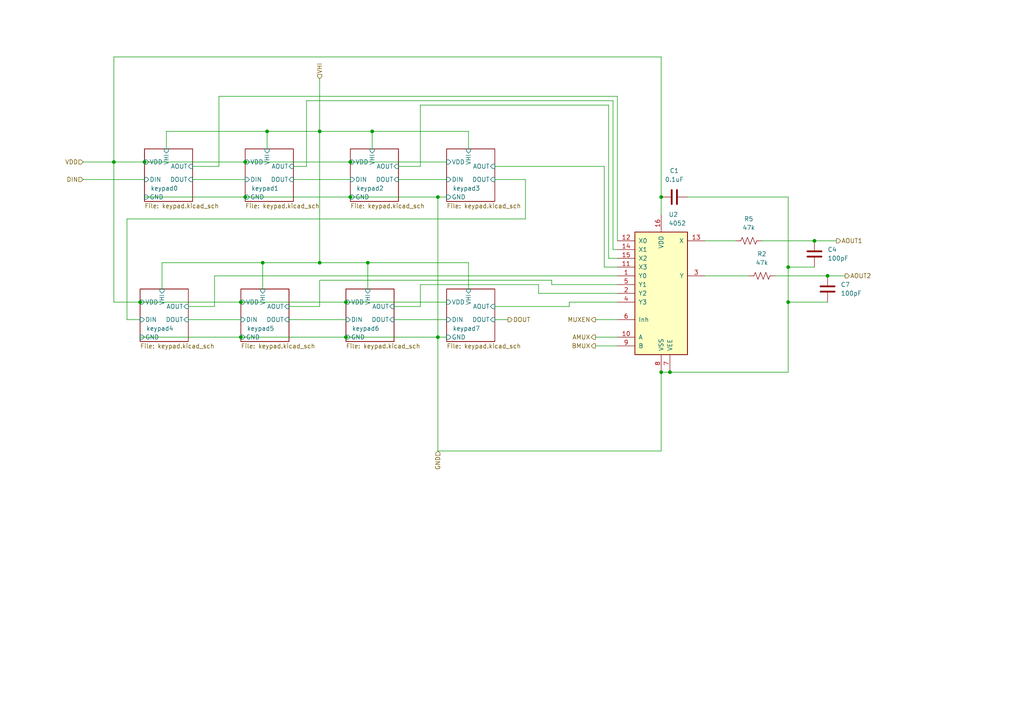
<source format=kicad_sch>
(kicad_sch (version 20250114) (generator "eeschema") (generator_version "9.0")
  (paper "A4")
  (title_block (title "Key bank") (date "2025-09-28"))
  (lib_symbols
    (symbol "4xxx:4052" (pin_names (offset 1.016))
      (property "Reference" "U" (at -7.62 19.05 0))
      (property "Value" "4052" (at -7.62 -19.05 0))
      (symbol "4052_1_0"
        (pin passive line (at -12.7 15.24 0) (length 5.08) (name "X0") (number "12"))
        (pin passive line (at -12.7 12.7 0) (length 5.08) (name "X1") (number "14"))
        (pin passive line (at -12.7 10.16 0) (length 5.08) (name "X2") (number "15"))
        (pin passive line (at -12.7 7.62 0) (length 5.08) (name "X3") (number "11"))
        (pin passive line (at -12.7 5.08 0) (length 5.08) (name "Y0") (number "1"))
        (pin passive line (at -12.7 2.54 0) (length 5.08) (name "Y1") (number "5"))
        (pin passive line (at -12.7 0 0) (length 5.08) (name "Y2") (number "2"))
        (pin passive line (at -12.7 -2.54 0) (length 5.08) (name "Y3") (number "4"))
        (pin input line (at -12.7 -7.62 0) (length 5.08) (name "Inh") (number "6"))
        (pin input line (at -12.7 -12.7 0) (length 5.08) (name "A") (number "10"))
        (pin input line (at -12.7 -15.24 0) (length 5.08) (name "B") (number "9"))
        (pin power_in line (at 0 22.86 270) (length 5.08) (name "VDD") (number "16"))
        (pin power_in line (at 0 -22.86 90) (length 5.08) (name "VSS") (number "8"))
        (pin power_in line (at 2.54 -22.86 90) (length 5.08) (name "VEE") (number "7"))
        (pin passive line (at 12.7 15.24 180) (length 5.08) (name "X") (number "13"))
        (pin passive line (at 12.7 5.08 180) (length 5.08) (name "Y") (number "3"))
      )
      (symbol "4052_1_1"
        (rectangle (start -7.62 17.78) (end 7.62 -17.78) (stroke (width 0.254)) (fill (type background)))
      )
    )
    (symbol "Device:C" (pin_numbers (hide yes)) (pin_names (offset 0.254))
      (property "Reference" "C" (at 0.635 2.54 0))
      (property "Value" "C" (at 0.635 -2.54 0))
      (symbol "C_0_1"
        (polyline (pts (xy -2.032 0.762) (xy 2.032 0.762)) (stroke (width 0.508)))
        (polyline (pts (xy -2.032 -0.762) (xy 2.032 -0.762)) (stroke (width 0.508)))
      )
      (symbol "C_1_1"
        (pin passive line (at 0 3.81 270) (length 2.794) (name "~") (number "1"))
        (pin passive line (at 0 -3.81 90) (length 2.794) (name "~") (number "2"))
      )
    )
    (symbol "Device:R_US" (pin_numbers (hide yes)) (pin_names (offset 0))
      (property "Reference" "R" (at 2.54 0 90))
      (property "Value" "R_US" (at -2.54 0 90))
      (symbol "R_US_0_1"
        (polyline (pts (xy 0 2.286) (xy 0 2.54)))
        (polyline (pts (xy 0 2.286) (xy 1.016 1.905) (xy 0 1.524) (xy -1.016 1.143) (xy 0 0.762)))
        (polyline (pts (xy 0 0.762) (xy 1.016 0.381) (xy 0 0) (xy -1.016 -0.381) (xy 0 -0.762)))
        (polyline (pts (xy 0 -0.762) (xy 1.016 -1.143) (xy 0 -1.524) (xy -1.016 -1.905) (xy 0 -2.286)))
        (polyline (pts (xy 0 -2.286) (xy 0 -2.54)))
      )
      (symbol "R_US_1_1"
        (pin passive line (at 0 3.81 270) (length 1.27) (name "~") (number "1"))
        (pin passive line (at 0 -3.81 90) (length 1.27) (name "~") (number "2"))
      )
    )
  )
  (junction (at 69.85 97.79))
  (junction (at 41.91 46.99))
  (junction (at 92.71 76.2))
  (junction (at 101.6 57.15))
  (junction (at 77.47 38.1))
  (junction (at 100.33 87.63))
  (junction (at 69.85 87.63))
  (junction (at 107.95 38.1))
  (junction (at 191.77 57.15))
  (junction (at 127 97.79))
  (junction (at 228.6 87.63))
  (junction (at 106.68 76.2))
  (junction (at 71.12 46.99))
  (junction (at 240.03 80.01))
  (junction (at 92.71 38.1))
  (junction (at 71.12 57.15))
  (junction (at 127 57.15))
  (junction (at 100.33 97.79))
  (junction (at 194.31 107.95))
  (junction (at 236.22 69.85))
  (junction (at 33.02 46.99))
  (junction (at 40.64 87.63))
  (junction (at 191.77 107.95))
  (junction (at 228.6 77.47))
  (junction (at 101.6 46.99))
  (junction (at 76.2 76.2))
  (wire (pts (xy 101.6 46.99) (xy 129.54 46.99)))
  (wire (pts (xy 135.89 83.82) (xy 135.89 76.2)))
  (wire (pts (xy 228.6 87.63) (xy 240.03 87.63)))
  (wire (pts (xy 152.4 63.5) (xy 36.83 63.5)))
  (wire (pts (xy 199.39 57.15) (xy 228.6 57.15)))
  (wire (pts (xy 33.02 46.99) (xy 41.91 46.99)))
  (wire (pts (xy 121.92 30.48) (xy 176.53 30.48)))
  (wire (pts (xy 107.95 38.1) (xy 135.89 38.1)))
  (wire (pts (xy 62.23 88.9) (xy 54.61 88.9)))
  (wire (pts (xy 100.33 97.79) (xy 127 97.79)))
  (wire (pts (xy 179.07 27.94) (xy 179.07 69.85)))
  (wire (pts (xy 204.47 80.01) (xy 217.17 80.01)))
  (wire (pts (xy 127 57.15) (xy 129.54 57.15)))
  (wire (pts (xy 115.57 48.26) (xy 121.92 48.26)))
  (wire (pts (xy 143.51 92.71) (xy 147.32 92.71)))
  (wire (pts (xy 160.02 82.55) (xy 179.07 82.55)))
  (wire (pts (xy 88.9 29.21) (xy 88.9 48.26)))
  (wire (pts (xy 172.72 100.33) (xy 179.07 100.33)))
  (wire (pts (xy 36.83 63.5) (xy 36.83 92.71)))
  (wire (pts (xy 55.88 48.26) (xy 63.5 48.26)))
  (wire (pts (xy 36.83 92.71) (xy 40.64 92.71)))
  (wire (pts (xy 204.47 69.85) (xy 213.36 69.85)))
  (wire (pts (xy 121.92 82.55) (xy 121.92 88.9)))
  (wire (pts (xy 121.92 88.9) (xy 114.3 88.9)))
  (wire (pts (xy 115.57 52.07) (xy 129.54 52.07)))
  (wire (pts (xy 160.02 81.28) (xy 160.02 82.55)))
  (wire (pts (xy 24.13 46.99) (xy 33.02 46.99)))
  (wire (pts (xy 55.88 52.07) (xy 71.12 52.07)))
  (wire (pts (xy 40.64 97.79) (xy 69.85 97.79)))
  (wire (pts (xy 54.61 92.71) (xy 69.85 92.71)))
  (wire (pts (xy 63.5 48.26) (xy 63.5 27.94)))
  (wire (pts (xy 92.71 38.1) (xy 92.71 76.2)))
  (wire (pts (xy 92.71 88.9) (xy 92.71 81.28)))
  (wire (pts (xy 106.68 76.2) (xy 135.89 76.2)))
  (wire (pts (xy 77.47 38.1) (xy 77.47 43.18)))
  (wire (pts (xy 76.2 76.2) (xy 46.99 76.2)))
  (wire (pts (xy 127 97.79) (xy 129.54 97.79)))
  (wire (pts (xy 228.6 77.47) (xy 228.6 87.63)))
  (wire (pts (xy 179.07 85.09) (xy 156.21 85.09)))
  (wire (pts (xy 77.47 38.1) (xy 48.26 38.1)))
  (wire (pts (xy 175.26 77.47) (xy 179.07 77.47)))
  (wire (pts (xy 83.82 92.71) (xy 100.33 92.71)))
  (wire (pts (xy 224.79 80.01) (xy 240.03 80.01)))
  (wire (pts (xy 127 97.79) (xy 127 130.81)))
  (wire (pts (xy 220.98 69.85) (xy 236.22 69.85)))
  (wire (pts (xy 143.51 88.9) (xy 165.1 88.9)))
  (wire (pts (xy 106.68 76.2) (xy 106.68 83.82)))
  (wire (pts (xy 191.77 16.51) (xy 33.02 16.51)))
  (wire (pts (xy 176.53 30.48) (xy 176.53 74.93)))
  (wire (pts (xy 92.71 38.1) (xy 107.95 38.1)))
  (wire (pts (xy 41.91 46.99) (xy 71.12 46.99)))
  (wire (pts (xy 194.31 107.95) (xy 228.6 107.95)))
  (wire (pts (xy 63.5 27.94) (xy 179.07 27.94)))
  (wire (pts (xy 179.07 72.39) (xy 177.8 72.39)))
  (wire (pts (xy 69.85 87.63) (xy 100.33 87.63)))
  (wire (pts (xy 240.03 80.01) (xy 245.11 80.01)))
  (wire (pts (xy 88.9 48.26) (xy 85.09 48.26)))
  (wire (pts (xy 92.71 81.28) (xy 160.02 81.28)))
  (wire (pts (xy 177.8 72.39) (xy 177.8 29.21)))
  (wire (pts (xy 46.99 76.2) (xy 46.99 83.82)))
  (wire (pts (xy 76.2 76.2) (xy 76.2 83.82)))
  (wire (pts (xy 172.72 92.71) (xy 179.07 92.71)))
  (wire (pts (xy 191.77 130.81) (xy 191.77 107.95)))
  (wire (pts (xy 69.85 97.79) (xy 100.33 97.79)))
  (wire (pts (xy 71.12 46.99) (xy 101.6 46.99)))
  (wire (pts (xy 83.82 88.9) (xy 92.71 88.9)))
  (wire (pts (xy 127 130.81) (xy 191.77 130.81)))
  (wire (pts (xy 92.71 22.86) (xy 92.71 38.1)))
  (wire (pts (xy 101.6 57.15) (xy 127 57.15)))
  (wire (pts (xy 48.26 38.1) (xy 48.26 43.18)))
  (wire (pts (xy 92.71 76.2) (xy 106.68 76.2)))
  (wire (pts (xy 71.12 57.15) (xy 101.6 57.15)))
  (wire (pts (xy 177.8 29.21) (xy 88.9 29.21)))
  (wire (pts (xy 33.02 46.99) (xy 33.02 87.63)))
  (wire (pts (xy 41.91 57.15) (xy 71.12 57.15)))
  (wire (pts (xy 165.1 88.9) (xy 165.1 87.63)))
  (wire (pts (xy 33.02 16.51) (xy 33.02 46.99)))
  (wire (pts (xy 176.53 74.93) (xy 179.07 74.93)))
  (wire (pts (xy 152.4 52.07) (xy 152.4 63.5)))
  (wire (pts (xy 175.26 48.26) (xy 175.26 77.47)))
  (wire (pts (xy 24.13 52.07) (xy 41.91 52.07)))
  (wire (pts (xy 121.92 48.26) (xy 121.92 30.48)))
  (wire (pts (xy 92.71 76.2) (xy 76.2 76.2)))
  (wire (pts (xy 236.22 69.85) (xy 242.57 69.85)))
  (wire (pts (xy 228.6 87.63) (xy 228.6 107.95)))
  (wire (pts (xy 156.21 82.55) (xy 121.92 82.55)))
  (wire (pts (xy 135.89 38.1) (xy 135.89 43.18)))
  (wire (pts (xy 40.64 87.63) (xy 69.85 87.63)))
  (wire (pts (xy 62.23 80.01) (xy 62.23 88.9)))
  (wire (pts (xy 114.3 92.71) (xy 129.54 92.71)))
  (wire (pts (xy 172.72 97.79) (xy 179.07 97.79)))
  (wire (pts (xy 165.1 87.63) (xy 179.07 87.63)))
  (wire (pts (xy 107.95 38.1) (xy 107.95 43.18)))
  (wire (pts (xy 228.6 77.47) (xy 236.22 77.47)))
  (wire (pts (xy 40.64 87.63) (xy 33.02 87.63)))
  (wire (pts (xy 228.6 57.15) (xy 228.6 77.47)))
  (wire (pts (xy 191.77 57.15) (xy 191.77 16.51)))
  (wire (pts (xy 179.07 80.01) (xy 62.23 80.01)))
  (wire (pts (xy 143.51 48.26) (xy 175.26 48.26)))
  (wire (pts (xy 100.33 87.63) (xy 129.54 87.63)))
  (wire (pts (xy 85.09 52.07) (xy 101.6 52.07)))
  (wire (pts (xy 92.71 38.1) (xy 77.47 38.1)))
  (wire (pts (xy 156.21 85.09) (xy 156.21 82.55)))
  (wire (pts (xy 191.77 62.23) (xy 191.77 57.15)))
  (wire (pts (xy 191.77 107.95) (xy 194.31 107.95)))
  (wire (pts (xy 143.51 52.07) (xy 152.4 52.07)))
  (wire (pts (xy 127 97.79) (xy 127 57.15)))
  (hierarchical_label "GND" (shape input) (at 127 130.81 270))
  (hierarchical_label "AOUT2" (shape output) (at 245.11 80.01 0))
  (hierarchical_label "VDD" (shape input) (at 24.13 46.99 180))
  (hierarchical_label "AOUT1" (shape output) (at 242.57 69.85 0))
  (hierarchical_label "DOUT" (shape output) (at 147.32 92.71 0))
  (hierarchical_label "DIN" (shape input) (at 24.13 52.07 180))
  (hierarchical_label "VHI" (shape input) (at 92.71 22.86 90))
  (hierarchical_label "MUXEN" (shape output) (at 172.72 92.71 180))
  (hierarchical_label "AMUX" (shape output) (at 172.72 97.79 180))
  (hierarchical_label "BMUX" (shape output) (at 172.72 100.33 180))
  (symbol (lib_id "Device:C") (at 236.22 73.66 0) (unit 1)
    (property "Reference" "C4" (at 240.03 72.3899 0) (effects (justify left)))
    (property "Value" "100pF" (at 240.03 74.9299 0) (effects (justify left)))
    (property "Footprint" "Capacitor_SMD:C_0805_2012Metric_Pad1.18x1.45mm_HandSolder" (effects (hide yes)))
    (property "Description" "Unpolarized capacitor" (effects (hide yes)))
    (instances (project "" (path "" (reference "C4") (unit 1)) (path "" (reference "C6") (unit 1)) (path "" (reference "C5") (unit 1))))
  )
  (symbol (lib_id "Device:C") (at 240.03 83.82 0) (unit 1)
    (property "Reference" "C7" (at 243.84 82.5499 0) (effects (justify left)))
    (property "Value" "100pF" (at 243.84 85.0899 0) (effects (justify left)))
    (property "Footprint" "Capacitor_SMD:C_0805_2012Metric_Pad1.18x1.45mm_HandSolder" (effects (hide yes)))
    (property "Description" "Unpolarized capacitor" (effects (hide yes)))
    (instances (project "" (path "" (reference "C7") (unit 1)) (path "" (reference "C9") (unit 1)) (path "" (reference "C8") (unit 1))))
  )
  (symbol (lib_id "Device:R_US") (at 217.17 69.85 90) (unit 1)
    (property "Reference" "R5" (at 217.17 63.5 90))
    (property "Value" "47k" (at 217.17 66.04 90))
    (property "Footprint" "Resistor_SMD:R_0805_2012Metric_Pad1.20x1.40mm_HandSolder" (effects (hide yes)))
    (property "Description" "Resistor, US symbol" (effects (hide yes)))
    (instances (project "" (path "" (reference "R5") (unit 1)) (path "" (reference "R7") (unit 1)) (path "" (reference "R6") (unit 1))))
  )
  (symbol (lib_id "Device:C") (at 195.58 57.15 270) (unit 1)
    (property "Reference" "C1" (at 195.58 49.53 90))
    (property "Value" "0.1uF" (at 195.58 52.07 90))
    (property "Footprint" "Capacitor_SMD:C_0805_2012Metric_Pad1.18x1.45mm_HandSolder" (effects (hide yes)))
    (property "Description" "Unpolarized capacitor" (effects (hide yes)))
    (instances (project "" (path "" (reference "C1") (unit 1)) (path "" (reference "C3") (unit 1)) (path "" (reference "C2") (unit 1))))
  )
  (symbol (lib_id "Device:R_US") (at 220.98 80.01 90) (unit 1)
    (property "Reference" "R2" (at 220.98 73.66 90))
    (property "Value" "47k" (at 220.98 76.2 90))
    (property "Footprint" "Resistor_SMD:R_0805_2012Metric_Pad1.20x1.40mm_HandSolder" (effects (hide yes)))
    (property "Description" "Resistor, US symbol" (effects (hide yes)))
    (instances (project "" (path "" (reference "R2") (unit 1)) (path "" (reference "R4") (unit 1)) (path "" (reference "R3") (unit 1))))
  )
  (symbol (lib_id "4xxx:4052") (at 191.77 85.09 0) (unit 1)
    (property "Reference" "U2" (at 193.9133 62.23 0) (effects (justify left)))
    (property "Value" "4052" (at 193.9133 64.77 0) (effects (justify left)))
    (property "Footprint" "Package_SO:SOIC-16_3.9x9.9mm_P1.27mm" (effects (hide yes)))
    (property "Datasheet" "http://www.intersil.com/content/dam/Intersil/documents/cd40/cd4051bms-52bms-53bms.pdf" (effects (hide yes)))
    (property "Description" "Dual Analog Multiplexer 4 to 1 line" (effects (hide yes)))
    (instances (project "maghand" (path "" (reference "U2") (unit 1)) (path "" (reference "U4") (unit 1)) (path "" (reference "U3") (unit 1))))
  )
  (sheet (at 129.54 83.82) (size 13.97 15.24) (stroke (width 0.1524))
    (property "Sheetname" "keypad7" (at 131.318 96.012 0) (effects (justify left bottom)))
    (property "Sheetfile" "keypad.kicad_sch" (at 129.54 99.6446 0) (effects (justify left top)))
    (pin "AOUT" input (at 143.51 88.9 0))
    (pin "DIN" input (at 129.54 92.71 180))
    (pin "DOUT" input (at 143.51 92.71 0))
    (pin "GND" input (at 129.54 97.79 180))
    (pin "VDD" input (at 129.54 87.63 180))
    (pin "VHI" input (at 135.89 83.82 90))
  )
  (sheet (at 71.12 43.18) (size 13.97 15.24) (stroke (width 0.1524))
    (property "Sheetname" "keypad1" (at 72.898 55.372 0) (effects (justify left bottom)))
    (property "Sheetfile" "keypad.kicad_sch" (at 71.12 59.0046 0) (effects (justify left top)))
    (pin "AOUT" input (at 85.09 48.26 0))
    (pin "DIN" input (at 71.12 52.07 180))
    (pin "DOUT" input (at 85.09 52.07 0))
    (pin "GND" input (at 71.12 57.15 180))
    (pin "VDD" input (at 71.12 46.99 180))
    (pin "VHI" input (at 77.47 43.18 90))
  )
  (sheet (at 40.64 83.82) (size 13.97 15.24) (stroke (width 0.1524))
    (property "Sheetname" "keypad4" (at 42.418 96.012 0) (effects (justify left bottom)))
    (property "Sheetfile" "keypad.kicad_sch" (at 40.64 99.6446 0) (effects (justify left top)))
    (pin "AOUT" input (at 54.61 88.9 0))
    (pin "DIN" input (at 40.64 92.71 180))
    (pin "DOUT" input (at 54.61 92.71 0))
    (pin "GND" input (at 40.64 97.79 180))
    (pin "VDD" input (at 40.64 87.63 180))
    (pin "VHI" input (at 46.99 83.82 90))
  )
  (sheet (at 100.33 83.82) (size 13.97 15.24) (stroke (width 0.1524))
    (property "Sheetname" "keypad6" (at 102.108 96.012 0) (effects (justify left bottom)))
    (property "Sheetfile" "keypad.kicad_sch" (at 100.33 99.6446 0) (effects (justify left top)))
    (pin "AOUT" input (at 114.3 88.9 0))
    (pin "DIN" input (at 100.33 92.71 180))
    (pin "DOUT" input (at 114.3 92.71 0))
    (pin "GND" input (at 100.33 97.79 180))
    (pin "VDD" input (at 100.33 87.63 180))
    (pin "VHI" input (at 106.68 83.82 90))
  )
  (sheet (at 129.54 43.18) (size 13.97 15.24) (stroke (width 0.1524))
    (property "Sheetname" "keypad3" (at 131.318 55.372 0) (effects (justify left bottom)))
    (property "Sheetfile" "keypad.kicad_sch" (at 129.54 59.0046 0) (effects (justify left top)))
    (pin "AOUT" input (at 143.51 48.26 0))
    (pin "DIN" input (at 129.54 52.07 180))
    (pin "DOUT" input (at 143.51 52.07 0))
    (pin "GND" input (at 129.54 57.15 180))
    (pin "VDD" input (at 129.54 46.99 180))
    (pin "VHI" input (at 135.89 43.18 90))
  )
  (sheet (at 41.91 43.18) (size 13.97 15.24) (stroke (width 0.1524))
    (property "Sheetname" "keypad0" (at 43.688 55.372 0) (effects (justify left bottom)))
    (property "Sheetfile" "keypad.kicad_sch" (at 41.91 59.0046 0) (effects (justify left top)))
    (pin "AOUT" input (at 55.88 48.26 0))
    (pin "DIN" input (at 41.91 52.07 180))
    (pin "DOUT" input (at 55.88 52.07 0))
    (pin "GND" input (at 41.91 57.15 180))
    (pin "VDD" input (at 41.91 46.99 180))
    (pin "VHI" input (at 48.26 43.18 90))
  )
  (sheet (at 101.6 43.18) (size 13.97 15.24) (stroke (width 0.1524))
    (property "Sheetname" "keypad2" (at 103.378 55.372 0) (effects (justify left bottom)))
    (property "Sheetfile" "keypad.kicad_sch" (at 101.6 59.0046 0) (effects (justify left top)))
    (pin "AOUT" input (at 115.57 48.26 0))
    (pin "DIN" input (at 101.6 52.07 180))
    (pin "DOUT" input (at 115.57 52.07 0))
    (pin "GND" input (at 101.6 57.15 180))
    (pin "VDD" input (at 101.6 46.99 180))
    (pin "VHI" input (at 107.95 43.18 90))
  )
  (sheet (at 69.85 83.82) (size 13.97 15.24) (stroke (width 0.1524))
    (property "Sheetname" "keypad5" (at 71.628 96.012 0) (effects (justify left bottom)))
    (property "Sheetfile" "keypad.kicad_sch" (at 69.85 99.6446 0) (effects (justify left top)))
    (pin "AOUT" input (at 83.82 88.9 0))
    (pin "DIN" input (at 69.85 92.71 180))
    (pin "DOUT" input (at 83.82 92.71 0))
    (pin "GND" input (at 69.85 97.79 180))
    (pin "VDD" input (at 69.85 87.63 180))
    (pin "VHI" input (at 76.2 83.82 90))
  )
)
</source>
